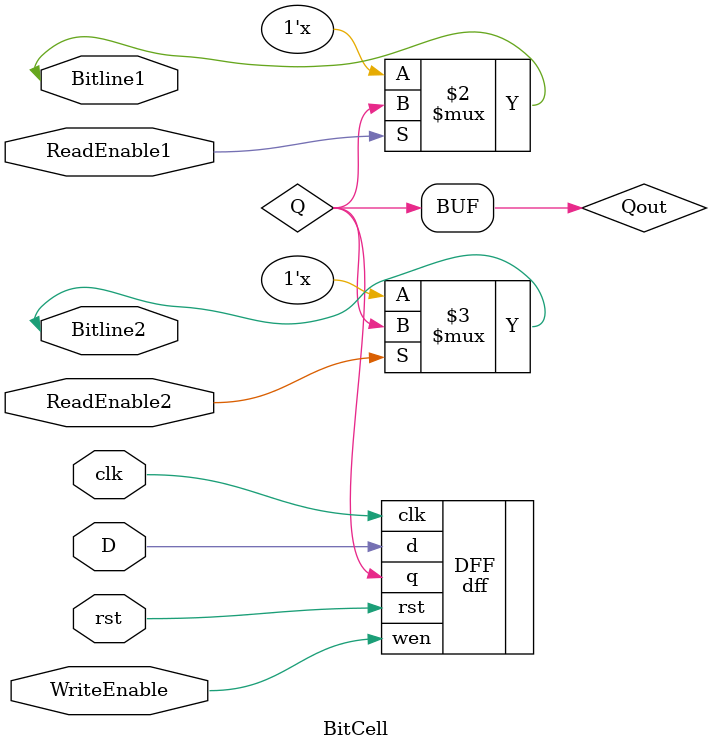
<source format=v>
module BitCell( input clk,  input rst, input D, input WriteEnable, input ReadEnable1, input ReadEnable2, inout Bitline1, inout Bitline2);
wire Q,Qout;
dff DFF(.q(Q), .d(D), .wen(WriteEnable), .clk(clk), .rst(rst));
assign Qout = WriteEnable?Q:Q;
bufif1 buf1(Bitline1,Qout,ReadEnable1);
bufif1 buf2(Bitline2,Qout,ReadEnable2);
endmodule

</source>
